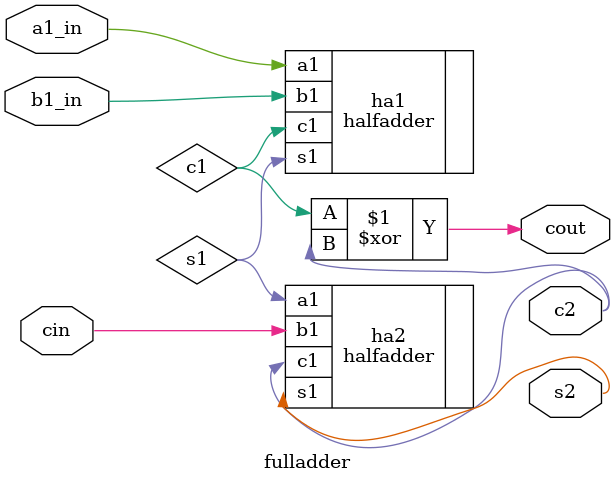
<source format=sv>
`timescale 1ns / 1ps

module fulladder(
    input a1_in,
    input b1_in,

    input cin,
    output s2,
    output c2,
    output cout
);
    
    wire c1, c2, s1;

 halfadder ha1(
    .a1(a1_in), .b1(b1_in), 
    .c1(c1), .s1(s1)); 
  halfadder ha2(
    .a1(s1), .b1(cin), 
    .c1(c2), .s1(s2));
    
assign cout = c1 ^ c2;

endmodule

</source>
